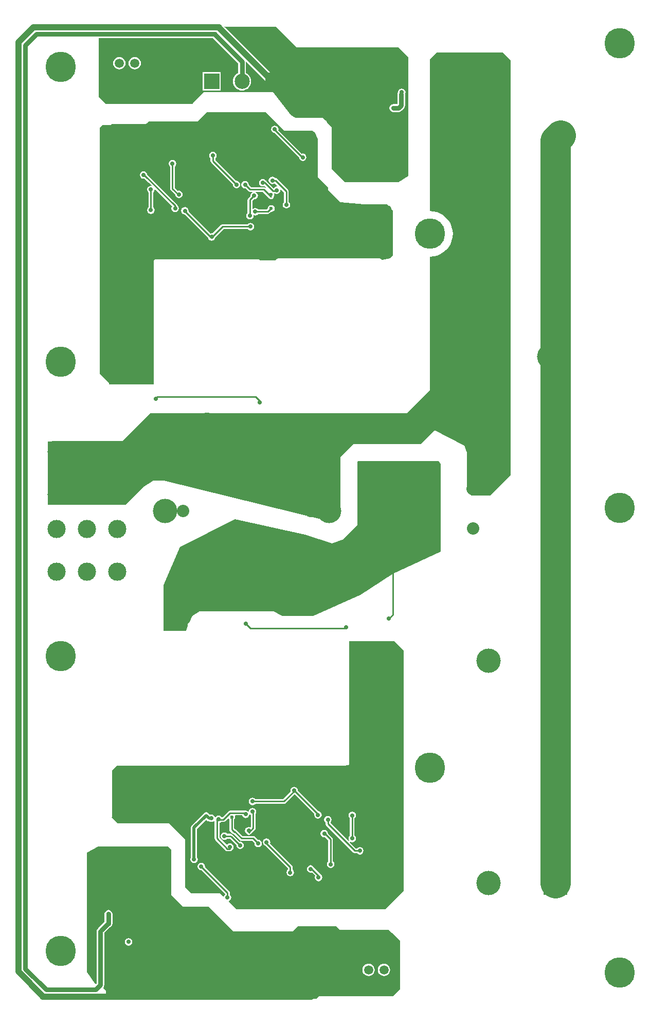
<source format=gbl>
G04 Layer_Physical_Order=2*
G04 Layer_Color=16711680*
%FSLAX25Y25*%
%MOIN*%
G70*
G01*
G75*
%ADD32C,0.01000*%
%ADD33C,0.01969*%
%ADD34C,0.03937*%
%ADD35C,0.02953*%
%ADD36C,0.19685*%
%ADD39C,0.01181*%
%ADD42C,0.19685*%
%ADD43C,0.09843*%
%ADD44R,0.09843X0.09843*%
%ADD45C,0.05906*%
%ADD46R,0.05906X0.05906*%
%ADD47C,0.15748*%
%ADD48R,0.15748X0.15748*%
%ADD49C,0.11811*%
%ADD50C,0.08000*%
%ADD51C,0.02756*%
%ADD52C,0.02362*%
%ADD53C,0.15748*%
G36*
X531496Y701181D02*
Y640945D01*
Y512404D01*
X531496Y512404D01*
X531496Y432205D01*
X525039Y425748D01*
X518425Y419134D01*
X506142D01*
X505590Y419685D01*
X503228Y422047D01*
Y424724D01*
X503228Y447559D01*
X502781Y447900D01*
X501482Y451244D01*
X482370Y461504D01*
X473228Y452362D01*
X465984Y452362D01*
X429528D01*
X423622Y446457D01*
X421260Y444095D01*
Y406797D01*
X416728Y402821D01*
X415350Y403001D01*
X412733Y402597D01*
X307087Y428740D01*
X300000D01*
X293420Y424297D01*
X282116Y412992D01*
X231496Y412992D01*
X231496Y453937D01*
X233858Y453937D01*
X234252Y454331D01*
X279921D01*
X294488Y468898D01*
X298031Y472441D01*
X376378D01*
X464173Y472441D01*
X479134Y487402D01*
Y573612D01*
X479291Y573757D01*
X481610Y573940D01*
X483873Y574483D01*
X486022Y575373D01*
X488005Y576589D01*
X489774Y578100D01*
X491285Y579869D01*
X492501Y581852D01*
X493391Y584001D01*
X493934Y586264D01*
X494117Y588583D01*
X493934Y590902D01*
X493391Y593164D01*
X492501Y595313D01*
X491285Y597297D01*
X489774Y599066D01*
X488005Y600576D01*
X486022Y601792D01*
X483873Y602682D01*
X481610Y603225D01*
X479291Y603408D01*
X479134Y603553D01*
Y698032D01*
Y701575D01*
X483071Y705512D01*
X483465Y705905D01*
X526772D01*
X531496Y701181D01*
D02*
G37*
G36*
X384646Y655512D02*
X402858Y655512D01*
X403608Y655111D01*
X403779Y654725D01*
X404331D01*
X404724Y654331D01*
X406535Y649959D01*
Y648506D01*
X406614Y648329D01*
Y625276D01*
X413386Y618504D01*
X413386Y616929D01*
X421351Y608964D01*
X436614Y607874D01*
X451575Y607874D01*
X452726Y606723D01*
X453150Y606693D01*
X453805Y605644D01*
X454331Y605118D01*
Y604803D01*
X455118Y603543D01*
Y585039D01*
Y574803D01*
X453150Y572835D01*
X448216Y571777D01*
X447824Y572170D01*
X447363Y572478D01*
X446819Y572586D01*
X380677D01*
X380133Y572478D01*
X380078Y572441D01*
X379672Y572170D01*
X379364Y571709D01*
X379317Y571470D01*
X369051Y571443D01*
X368824Y571670D01*
X368363Y571978D01*
X367819Y572086D01*
X301677D01*
X301133Y571978D01*
X300672Y571670D01*
X300364Y571209D01*
X300256Y570666D01*
Y490945D01*
X271260D01*
Y492126D01*
X265354Y498032D01*
Y657480D01*
X266929Y659055D01*
X272139D01*
X272814Y659730D01*
X294882D01*
X295518Y659994D01*
X296942Y661417D01*
X328740D01*
X334646Y667323D01*
X372835Y667323D01*
X384646Y655512D01*
D02*
G37*
G36*
X486221Y439291D02*
X486221Y382641D01*
X455118Y368504D01*
X434252Y354724D01*
X403543Y340945D01*
X393701D01*
X383465Y340945D01*
X377953Y344094D01*
X329921D01*
X325197Y340945D01*
X323645Y337304D01*
X323330Y337063D01*
X322769Y336332D01*
X322417Y335481D01*
X322297Y334567D01*
X322339Y334243D01*
X321136Y331421D01*
X306693D01*
Y359449D01*
X306670Y360024D01*
X306769Y360933D01*
X317333Y385585D01*
X352913Y403860D01*
X398416Y393830D01*
X415941Y388221D01*
X423137Y390853D01*
X432283Y400000D01*
X432283Y440985D01*
X432637Y441339D01*
X485051Y441339D01*
X486221Y439291D01*
D02*
G37*
G36*
X311772Y189469D02*
X311772Y160138D01*
X319252Y152657D01*
X335787Y152657D01*
X339664Y148780D01*
X339759Y148824D01*
X351969Y136614D01*
X390158Y136614D01*
X390551Y137008D01*
X393701Y140157D01*
X418504D01*
X420866Y137795D01*
X452756D01*
X454724Y135827D01*
X459842Y130709D01*
Y119291D01*
Y99213D01*
X456693Y96063D01*
X455512Y94882D01*
X407480D01*
X405512Y92913D01*
X269291D01*
Y98425D01*
X267533Y100183D01*
X267807Y100593D01*
X268081Y101002D01*
X268273Y101969D01*
Y102657D01*
Y115798D01*
Y135962D01*
X268390Y136041D01*
X271749Y139400D01*
X271902Y139430D01*
X272721Y139978D01*
X273268Y140797D01*
X273460Y141763D01*
Y148062D01*
X273268Y149028D01*
X272721Y149848D01*
X271902Y150395D01*
X270935Y150587D01*
X269969Y150395D01*
X269150Y149848D01*
X268603Y149028D01*
X268410Y148062D01*
Y143202D01*
X264819Y139611D01*
X264272Y138792D01*
X264220Y138533D01*
X263963Y138361D01*
X263415Y137542D01*
X263223Y136576D01*
Y113465D01*
Y104493D01*
Y103014D01*
X262866Y102657D01*
X262165D01*
X257047Y110531D01*
Y114469D01*
Y187621D01*
X264173Y191732D01*
X309508D01*
X311772Y189469D01*
D02*
G37*
G36*
X462205Y318898D02*
X462205Y162992D01*
X450394Y151181D01*
X353543D01*
X348787Y155938D01*
X348914Y156358D01*
X348990Y156442D01*
X349746Y156947D01*
X350272Y157734D01*
X350456Y158661D01*
X350272Y159589D01*
X349746Y160376D01*
X349561Y160500D01*
Y161811D01*
X349445Y162396D01*
X349113Y162892D01*
X333484Y178522D01*
X333527Y178740D01*
X333342Y179668D01*
X332817Y180455D01*
X332030Y180980D01*
X331102Y181165D01*
X330174Y180980D01*
X329388Y180455D01*
X328862Y179668D01*
X328678Y178740D01*
X328862Y177812D01*
X329388Y177026D01*
X330174Y176500D01*
X331102Y176316D01*
X331321Y176359D01*
X346502Y161178D01*
Y160500D01*
X346317Y160376D01*
X345812Y159620D01*
X345728Y159544D01*
X345308Y159417D01*
X343307Y161417D01*
X324488Y161417D01*
X320472Y165433D01*
X320472Y196457D01*
X310236Y206693D01*
X276772D01*
X272835Y210630D01*
X273228Y211024D01*
Y237795D01*
Y240945D01*
X276378Y244094D01*
X280086D01*
X280165Y244041D01*
X280709Y243933D01*
X346850D01*
X347394Y244041D01*
X347474Y244094D01*
X424803D01*
X425036Y244327D01*
X425591D01*
X426134Y244435D01*
X426595Y244743D01*
X426903Y245204D01*
X427012Y245748D01*
Y324803D01*
X456299D01*
X462205Y318898D01*
D02*
G37*
G36*
X392913Y709449D02*
X459055D01*
X465354Y703150D01*
Y626772D01*
Y625984D01*
X459055Y622047D01*
X455118D01*
X424409Y622047D01*
X415748Y630709D01*
X415748Y657874D01*
X412749Y660873D01*
X412266Y661596D01*
X411543Y662079D01*
X409842Y663779D01*
X392361Y663779D01*
X389226Y665554D01*
X377593Y680315D01*
X332677D01*
X325590Y673228D01*
X325197Y672835D01*
X269291D01*
X265354Y676772D01*
X264567Y677559D01*
Y698032D01*
Y715471D01*
X338438D01*
X354955Y698954D01*
Y692766D01*
X354175Y692349D01*
X353273Y691609D01*
X352533Y690707D01*
X351983Y689679D01*
X351645Y688562D01*
X351530Y687402D01*
X351645Y686241D01*
X351983Y685125D01*
X352533Y684096D01*
X353273Y683194D01*
X354175Y682455D01*
X355203Y681905D01*
X356319Y681566D01*
X357480Y681452D01*
X358641Y681566D01*
X359757Y681905D01*
X360786Y682455D01*
X361687Y683194D01*
X362427Y684096D01*
X362977Y685125D01*
X363316Y686241D01*
X363430Y687402D01*
X363316Y688562D01*
X362977Y689679D01*
X362427Y690707D01*
X361687Y691609D01*
X360786Y692349D01*
X360005Y692766D01*
Y700000D01*
X359924Y700409D01*
X375048Y685285D01*
X375287Y685101D01*
X374803Y686221D01*
X374016Y687008D01*
Y692520D01*
X374410Y692913D01*
X375888D01*
X345967Y722835D01*
X379527D01*
X392913Y709449D01*
D02*
G37*
%LPC*%
G36*
X377165Y625653D02*
X376238Y625468D01*
X375451Y624943D01*
X374925Y624156D01*
X374741Y623229D01*
X374925Y622301D01*
X375451Y621514D01*
X376238Y620989D01*
X377165Y620804D01*
X378093Y620989D01*
X378763Y621436D01*
X381632Y618567D01*
X380849Y619090D01*
X379921Y619275D01*
X378993Y619090D01*
X378207Y618565D01*
X378162Y618497D01*
D01*
X377943Y618169D01*
X377664Y618448D01*
X373248Y622864D01*
X373143Y622934D01*
X372906Y623093D01*
X372636Y623497D01*
X371849Y624023D01*
X370921Y624207D01*
X369993Y624023D01*
X369207Y623497D01*
X368681Y622711D01*
X368497Y621783D01*
X368681Y620855D01*
X369207Y620068D01*
X369993Y619543D01*
X370921Y619358D01*
X371849Y619543D01*
X372085Y619701D01*
X375724Y616062D01*
X375370Y615992D01*
X375237Y615903D01*
X372735Y618404D01*
X372239Y618736D01*
X371653Y618852D01*
X363232D01*
X361830Y620254D01*
X361873Y620473D01*
X361689Y621400D01*
X361163Y622187D01*
X360377Y622713D01*
X359449Y622897D01*
X358521Y622713D01*
X357734Y622187D01*
X357209Y621400D01*
X357024Y620473D01*
X357209Y619545D01*
X357734Y618758D01*
X358521Y618233D01*
X359449Y618048D01*
X359667Y618091D01*
X361517Y616242D01*
X362013Y615910D01*
X362598Y615794D01*
X365269D01*
X364426Y615626D01*
X363640Y615100D01*
X363114Y614314D01*
X362930Y613386D01*
X362973Y613168D01*
X361819Y612013D01*
X361517Y611712D01*
X361186Y611215D01*
X361069Y610630D01*
Y602232D01*
X360884Y602108D01*
X360358Y601322D01*
X360174Y600394D01*
X360358Y599466D01*
X360884Y598679D01*
X361671Y598154D01*
X362598Y597969D01*
X363526Y598154D01*
X364313Y598679D01*
X364838Y599466D01*
X365023Y600394D01*
X364942Y600803D01*
X365135Y600673D01*
X365491Y600603D01*
D01*
X366063Y600489D01*
X366991Y600673D01*
X367777Y601199D01*
X367954Y601463D01*
X374121D01*
X374707Y601579D01*
X375203Y601911D01*
X376126Y602834D01*
X376394Y602781D01*
X377245Y602950D01*
X377966Y603432D01*
X378448Y604153D01*
X378618Y605005D01*
X378448Y605856D01*
X377966Y606577D01*
X377245Y607059D01*
X376394Y607228D01*
X375543Y607059D01*
X374821Y606577D01*
X374339Y605856D01*
X374219Y605253D01*
X373488Y604522D01*
X367848D01*
X367777Y604628D01*
X366991Y605153D01*
X366063Y605338D01*
X365135Y605153D01*
X364628Y604814D01*
X364349Y604628D01*
X364128Y604297D01*
Y605082D01*
Y609997D01*
D01*
X365136Y611005D01*
D01*
X365354Y610961D01*
X366282Y611146D01*
X367069Y611672D01*
X367594Y612458D01*
X367779Y613386D01*
X367594Y614314D01*
X367069Y615100D01*
X366282Y615626D01*
X365439Y615794D01*
X371020D01*
X375296Y611517D01*
X375793Y611186D01*
X376378Y611069D01*
X376963Y611186D01*
X377459Y611517D01*
X377791Y612013D01*
X377890Y612509D01*
D01*
X378275Y613086D01*
X378444Y613937D01*
X378370Y614309D01*
X378275Y614788D01*
X378261Y614809D01*
X378696D01*
X378993Y614610D01*
X378993D01*
D01*
X379921Y614426D01*
X380849Y614610D01*
X381636Y615136D01*
X382161Y615923D01*
X382346Y616850D01*
X382161Y617778D01*
X381638Y618561D01*
X382733Y617466D01*
D01*
X384691Y615508D01*
Y609318D01*
X384506Y609195D01*
X383980Y608408D01*
X383796Y607480D01*
X383980Y606553D01*
X384506Y605766D01*
X385293Y605240D01*
X386221Y605056D01*
X387148Y605240D01*
X387935Y605766D01*
X388460Y606553D01*
X388645Y607480D01*
X388460Y608408D01*
X387935Y609195D01*
X387750Y609318D01*
Y616142D01*
X387653Y616630D01*
X387633Y616727D01*
X387302Y617223D01*
X380215Y624310D01*
X379719Y624642D01*
X379134Y624758D01*
X379003D01*
X378880Y624943D01*
X378093Y625468D01*
X377165Y625653D01*
D02*
G37*
G36*
X338582Y641794D02*
X337654Y641609D01*
X336868Y641084D01*
X336342Y640297D01*
X336157Y639370D01*
X336342Y638442D01*
X336868Y637655D01*
X337053Y637531D01*
X337053Y635831D01*
X337053Y635828D01*
X337169Y635242D01*
X337501Y634746D01*
X337501Y634746D01*
X351519Y620728D01*
X351476Y620510D01*
X351660Y619582D01*
X352186Y618795D01*
X352972Y618270D01*
X353900Y618085D01*
X354828Y618270D01*
X355614Y618795D01*
X356140Y619582D01*
X356325Y620510D01*
X356140Y621437D01*
X355614Y622224D01*
X354828Y622750D01*
X353900Y622934D01*
X353682Y622891D01*
X340112Y636460D01*
X340112Y637532D01*
X340297Y637655D01*
X340822Y638442D01*
X341007Y639370D01*
X340822Y640297D01*
X340297Y641084D01*
X339510Y641609D01*
X338582Y641794D01*
D02*
G37*
G36*
X293701Y629131D02*
X292773Y628946D01*
X291986Y628421D01*
X291461Y627634D01*
X291276Y626706D01*
X291461Y625778D01*
X291986Y624992D01*
X292773Y624466D01*
X293701Y624282D01*
X294357Y624412D01*
X296986Y621783D01*
X299169Y619599D01*
X298425Y619747D01*
X297497Y619563D01*
X296711Y619037D01*
X296185Y618251D01*
X296001Y617323D01*
X296185Y616395D01*
X296711Y615609D01*
X296896Y615485D01*
Y605775D01*
X296711Y605652D01*
X296185Y604865D01*
X296001Y603937D01*
X296185Y603009D01*
X296711Y602223D01*
X297497Y601697D01*
X298425Y601513D01*
X299353Y601697D01*
X300140Y602223D01*
X300665Y603009D01*
X300850Y603937D01*
X300665Y604865D01*
X300140Y605652D01*
X299955Y605775D01*
Y615485D01*
X300140Y615609D01*
X300665Y616395D01*
X300850Y617323D01*
X300702Y618067D01*
X301290Y617479D01*
X312249Y606519D01*
X311933Y606046D01*
X311749Y605118D01*
X311933Y604190D01*
X312459Y603404D01*
X313245Y602878D01*
X314173Y602694D01*
X315101Y602878D01*
X315888Y603404D01*
X316413Y604190D01*
X316598Y605118D01*
X316413Y606046D01*
X315888Y606833D01*
X315657Y606987D01*
X315586Y607344D01*
X315255Y607840D01*
X296060Y627035D01*
X295941Y627634D01*
X295415Y628421D01*
X294629Y628946D01*
X293701Y629131D01*
D02*
G37*
G36*
X378740Y658724D02*
X377812Y658539D01*
X377026Y658014D01*
X376500Y657227D01*
X376316Y656299D01*
X376500Y655372D01*
X377026Y654585D01*
X377812Y654059D01*
X378575Y653908D01*
X394459Y638024D01*
X394610Y637261D01*
X395136Y636475D01*
X395923Y635949D01*
X396850Y635765D01*
X397778Y635949D01*
X398565Y636475D01*
X399090Y637261D01*
X399275Y638189D01*
X399090Y639117D01*
X398565Y639903D01*
X397778Y640429D01*
X396850Y640614D01*
X396304Y640505D01*
X381056Y655753D01*
X381165Y656299D01*
X380980Y657227D01*
X380455Y658014D01*
X379668Y658539D01*
X378740Y658724D01*
D02*
G37*
G36*
X312426Y636455D02*
X311498Y636271D01*
X310712Y635745D01*
X310186Y634959D01*
X310001Y634031D01*
X310186Y633103D01*
X310712Y632316D01*
X310897Y632193D01*
Y617889D01*
X311013Y617304D01*
X311345Y616808D01*
X314144Y614009D01*
X314296Y613246D01*
X314821Y612459D01*
X315608Y611933D01*
X316535Y611749D01*
X317463Y611933D01*
X318250Y612459D01*
X318775Y613246D01*
X318960Y614173D01*
X318775Y615101D01*
X318250Y615888D01*
X317463Y616413D01*
X316535Y616598D01*
X315989Y616489D01*
X313955Y618523D01*
Y632193D01*
X314140Y632316D01*
X314666Y633103D01*
X314850Y634031D01*
X314666Y634959D01*
X314140Y635745D01*
X313354Y636271D01*
X312426Y636455D01*
D02*
G37*
G36*
X320472Y605968D02*
X319545Y605783D01*
X318758Y605258D01*
X318232Y604471D01*
X318048Y603544D01*
X318232Y602616D01*
X318758Y601829D01*
X319545Y601303D01*
X320308Y601152D01*
X335501Y585958D01*
X335555Y585686D01*
X336081Y584900D01*
X336867Y584374D01*
X337795Y584190D01*
X338723Y584374D01*
X339510Y584900D01*
X340035Y585686D01*
X340187Y586449D01*
X345515Y591778D01*
X361154D01*
X361278Y591593D01*
X362064Y591067D01*
X362992Y590883D01*
X363920Y591067D01*
X364706Y591593D01*
X365232Y592379D01*
X365417Y593307D01*
X365232Y594235D01*
X364706Y595022D01*
X363920Y595547D01*
X362992Y595732D01*
X362064Y595547D01*
X361278Y595022D01*
X361154Y594837D01*
X344882D01*
X344297Y594720D01*
X343800Y594389D01*
X338342Y588930D01*
X337795Y589039D01*
X336920Y588865D01*
X322788Y602997D01*
X322897Y603544D01*
X322712Y604471D01*
X322187Y605258D01*
X321400Y605783D01*
X320472Y605968D01*
D02*
G37*
G36*
X439528Y115798D02*
X438496Y115662D01*
X437534Y115264D01*
X436708Y114630D01*
X436075Y113804D01*
X435677Y112843D01*
X435541Y111811D01*
X435677Y110779D01*
X436075Y109818D01*
X436708Y108992D01*
X437534Y108358D01*
X438496Y107960D01*
X439528Y107824D01*
X440559Y107960D01*
X441521Y108358D01*
X442347Y108992D01*
X442980Y109818D01*
X443379Y110779D01*
X443514Y111811D01*
X443379Y112843D01*
X442980Y113804D01*
X442347Y114630D01*
X441521Y115264D01*
X440559Y115662D01*
X439528Y115798D01*
D02*
G37*
G36*
X449528D02*
X448496Y115662D01*
X447534Y115264D01*
X446708Y114630D01*
X446075Y113804D01*
X445677Y112843D01*
X445541Y111811D01*
X445677Y110779D01*
X446075Y109818D01*
X446708Y108992D01*
X447534Y108358D01*
X448496Y107960D01*
X449528Y107824D01*
X450560Y107960D01*
X451521Y108358D01*
X452347Y108992D01*
X452980Y109818D01*
X453379Y110779D01*
X453514Y111811D01*
X453379Y112843D01*
X452980Y113804D01*
X452347Y114630D01*
X451521Y115264D01*
X450560Y115662D01*
X449528Y115798D01*
D02*
G37*
G36*
X283927Y132377D02*
X283000Y132192D01*
X282213Y131666D01*
X281688Y130880D01*
X281503Y129952D01*
X281688Y129024D01*
X282213Y128238D01*
X283000Y127712D01*
X283927Y127527D01*
X284855Y127712D01*
X285642Y128238D01*
X286168Y129024D01*
X286352Y129952D01*
X286168Y130880D01*
X285642Y131666D01*
X284855Y132192D01*
X283927Y132377D01*
D02*
G37*
G36*
X346062Y200849D02*
X345134Y200665D01*
X344348Y200139D01*
X343822Y199353D01*
X343638Y198425D01*
X343822Y197497D01*
X344348Y196710D01*
X345134Y196185D01*
X346062Y196000D01*
X346990Y196185D01*
X347777Y196710D01*
X347900Y196895D01*
X349486D01*
X349815Y196675D01*
X353890Y192601D01*
X353874Y192519D01*
X354059Y191592D01*
X354584Y190805D01*
X355371Y190279D01*
X356298Y190095D01*
X357226Y190279D01*
X358013Y190805D01*
X358539Y191592D01*
X358723Y192519D01*
X358539Y193447D01*
X358013Y194234D01*
X357226Y194759D01*
X356298Y194944D01*
X355943Y194873D01*
X351636Y199181D01*
X351225Y199455D01*
X351174Y199506D01*
X350678Y199838D01*
X350093Y199954D01*
X347900D01*
X347777Y200139D01*
X346990Y200665D01*
X346062Y200849D01*
D02*
G37*
G36*
X410790Y202492D02*
X409863Y202308D01*
X409076Y201782D01*
X408551Y200996D01*
X408366Y200068D01*
X408551Y199140D01*
X409076Y198353D01*
X409863Y197828D01*
X410790Y197643D01*
X411337Y197752D01*
X413371Y195719D01*
Y182048D01*
X413186Y181925D01*
X412660Y181138D01*
X412475Y180210D01*
X412660Y179282D01*
X413186Y178496D01*
X413972Y177970D01*
X414900Y177786D01*
X415828Y177970D01*
X416614Y178496D01*
X417140Y179282D01*
X417324Y180210D01*
X417140Y181138D01*
X416614Y181925D01*
X416429Y182048D01*
Y196352D01*
X416313Y196937D01*
X415981Y197433D01*
X413182Y200233D01*
X413030Y200996D01*
X412505Y201782D01*
X411718Y202308D01*
X410790Y202492D01*
D02*
G37*
G36*
X428901Y214303D02*
X427973Y214119D01*
X427186Y213593D01*
X426661Y212807D01*
X426476Y211879D01*
X426661Y210951D01*
X427186Y210164D01*
X427371Y210041D01*
Y198756D01*
X427186Y198633D01*
X426661Y197846D01*
X426476Y196918D01*
X426661Y195990D01*
X426854Y195701D01*
X426466Y195382D01*
X414971Y206877D01*
X414867Y207408D01*
X415393Y208195D01*
X415577Y209123D01*
X415393Y210051D01*
X414867Y210837D01*
X414081Y211363D01*
X413153Y211547D01*
X412225Y211363D01*
X411438Y210837D01*
X410913Y210051D01*
X410728Y209123D01*
X410913Y208195D01*
X411438Y207408D01*
X411623Y207285D01*
Y206532D01*
X411740Y205947D01*
X412071Y205451D01*
X429627Y187895D01*
X430123Y187563D01*
X430221Y187544D01*
X430709Y187447D01*
X432020D01*
X432144Y187262D01*
X432930Y186736D01*
X433858Y186552D01*
X434786Y186736D01*
X435573Y187262D01*
X436098Y188049D01*
X436283Y188976D01*
X436098Y189904D01*
X435573Y190691D01*
X434786Y191216D01*
X433858Y191401D01*
X432930Y191216D01*
X432144Y190691D01*
X432020Y190506D01*
X431342D01*
X427365Y194483D01*
X427683Y194871D01*
X427973Y194678D01*
X428901Y194494D01*
X429829Y194678D01*
X430615Y195204D01*
X431141Y195990D01*
X431325Y196918D01*
X431141Y197846D01*
X430615Y198633D01*
X430430Y198756D01*
Y210041D01*
X430615Y210164D01*
X431141Y210951D01*
X431325Y211879D01*
X431141Y212807D01*
X430615Y213593D01*
X429829Y214119D01*
X428901Y214303D01*
D02*
G37*
G36*
X391339Y230377D02*
X390411Y230193D01*
X389624Y229667D01*
X389099Y228881D01*
X388914Y227953D01*
X389023Y227406D01*
X384080Y222463D01*
X366172D01*
X366048Y222648D01*
X365262Y223174D01*
X364334Y223358D01*
X363406Y223174D01*
X362619Y222648D01*
X362094Y221862D01*
X361909Y220934D01*
X362094Y220006D01*
X362619Y219219D01*
X363406Y218694D01*
X364334Y218509D01*
X365262Y218694D01*
X366048Y219219D01*
X366172Y219405D01*
X384713D01*
X385299Y219521D01*
X385795Y219852D01*
X391191Y225248D01*
X391876Y225253D01*
X404377Y212751D01*
X404268Y212205D01*
X404453Y211277D01*
X404979Y210490D01*
X405765Y209965D01*
X406693Y209780D01*
X407621Y209965D01*
X408407Y210490D01*
X408933Y211277D01*
X409118Y212205D01*
X408933Y213133D01*
X408407Y213919D01*
X407621Y214445D01*
X406858Y214597D01*
X393720Y227734D01*
X393763Y227953D01*
X393579Y228881D01*
X393053Y229667D01*
X392266Y230193D01*
X391339Y230377D01*
D02*
G37*
G36*
X373389Y196981D02*
X372461Y196796D01*
X371674Y196270D01*
X371149Y195484D01*
X370964Y194556D01*
X371149Y193628D01*
X371674Y192841D01*
X372461Y192316D01*
X372733Y192262D01*
X387214Y177781D01*
X387214Y176709D01*
X387030Y176586D01*
X386504Y175799D01*
X386319Y174872D01*
X386504Y173944D01*
X387030Y173157D01*
X387816Y172632D01*
X388744Y172447D01*
X389672Y172632D01*
X390458Y173157D01*
X390984Y173944D01*
X391168Y174872D01*
X390984Y175799D01*
X390458Y176586D01*
X390273Y176710D01*
X390273Y178410D01*
X390273Y178414D01*
X390157Y178999D01*
X389825Y179495D01*
X389825Y179496D01*
X375639Y193681D01*
X375814Y194556D01*
X375629Y195484D01*
X375103Y196270D01*
X374317Y196796D01*
X373389Y196981D01*
D02*
G37*
G36*
X401968Y179589D02*
X401040Y179405D01*
X400253Y178879D01*
X399728Y178093D01*
X399543Y177165D01*
X399728Y176237D01*
X400253Y175451D01*
X401040Y174925D01*
X401968Y174741D01*
X402844Y174915D01*
X404979Y172780D01*
X404846Y172581D01*
X404661Y171653D01*
X404846Y170725D01*
X405371Y169939D01*
X406158Y169413D01*
X407086Y169229D01*
X408014Y169413D01*
X408800Y169939D01*
X409326Y170725D01*
X409510Y171653D01*
X409326Y172581D01*
X408800Y173368D01*
X408320Y173689D01*
X408167Y173917D01*
X404261Y177823D01*
X404208Y178093D01*
X403682Y178879D01*
X402895Y179405D01*
X401968Y179589D01*
D02*
G37*
G36*
X364334Y216666D02*
X363406Y216481D01*
X362619Y215955D01*
X362094Y215169D01*
X361977Y214583D01*
X361850Y214502D01*
X361431Y214397D01*
X360770Y214838D01*
X359842Y215023D01*
X359318Y214919D01*
X358985Y214985D01*
X349730D01*
X349145Y214868D01*
X348649Y214537D01*
X344824Y210712D01*
X344303Y210745D01*
X344076Y211084D01*
X343289Y211610D01*
X342361Y211794D01*
X341434Y211610D01*
X340647Y211084D01*
X340435Y210767D01*
X339904Y210873D01*
X339878Y211007D01*
X339352Y211793D01*
X338566Y212319D01*
X337638Y212503D01*
X336754Y212328D01*
X335761Y213320D01*
X335105Y213759D01*
X334331Y213913D01*
X333557Y213759D01*
X332900Y213320D01*
X324947Y205368D01*
X324509Y204711D01*
X324355Y203937D01*
Y184717D01*
X324138Y184392D01*
X323953Y183465D01*
X324138Y182537D01*
X324663Y181750D01*
X325450Y181225D01*
X326378Y181040D01*
X327306Y181225D01*
X328092Y181750D01*
X328618Y182537D01*
X328802Y183465D01*
X328618Y184392D01*
X328401Y184717D01*
Y203099D01*
X334331Y209029D01*
X334711Y208648D01*
X335367Y208210D01*
X336142Y208056D01*
X336385D01*
X336710Y207839D01*
X337638Y207654D01*
X338566Y207839D01*
X339223Y208278D01*
X339654Y208113D01*
X339723Y208056D01*
Y196937D01*
X339839Y196352D01*
X340171Y195856D01*
X346882Y189144D01*
X347378Y188812D01*
X347964Y188696D01*
X349767D01*
X350352Y188812D01*
X350848Y189144D01*
X351047Y189442D01*
X351320Y189624D01*
X351846Y190410D01*
X352030Y191338D01*
X351846Y192266D01*
X351320Y193053D01*
X350533Y193578D01*
X349606Y193763D01*
X348678Y193578D01*
X347891Y193053D01*
X347873Y193025D01*
X347375Y192976D01*
X342781Y197571D01*
Y207029D01*
X343289Y207130D01*
X343983Y207593D01*
X345398D01*
X345983Y207710D01*
X346479Y208041D01*
X348323Y209885D01*
X348899Y209754D01*
X349268Y209202D01*
X349311Y209173D01*
Y202800D01*
X349428Y202215D01*
X349760Y201719D01*
X351379Y200099D01*
X351875Y199768D01*
X352406Y199662D01*
X356231Y195837D01*
X356727Y195505D01*
X357313Y195389D01*
X364094D01*
X365496Y193987D01*
X365453Y193769D01*
X365637Y192841D01*
X366163Y192054D01*
X366949Y191528D01*
X367877Y191344D01*
X368805Y191528D01*
X369592Y192054D01*
X370117Y192841D01*
X370302Y193769D01*
X370117Y194696D01*
X369592Y195483D01*
X368805Y196009D01*
X367877Y196193D01*
X367659Y196150D01*
X365809Y198000D01*
X365313Y198331D01*
X364728Y198448D01*
X357946D01*
X353837Y202557D01*
X353341Y202889D01*
X352810Y202994D01*
X352370Y203433D01*
Y209173D01*
X352413Y209202D01*
X352895Y209923D01*
X353065Y210774D01*
X352935Y211426D01*
X353250Y211926D01*
X357552D01*
X357603Y211671D01*
X358128Y210884D01*
X358915Y210358D01*
X359842Y210174D01*
X360770Y210358D01*
X361557Y210884D01*
X362083Y211671D01*
X362199Y212256D01*
X362326Y212338D01*
X362746Y212442D01*
X363198Y212140D01*
Y204502D01*
X362753Y204218D01*
X362711Y204214D01*
X361810Y204393D01*
X360882Y204208D01*
X360096Y203682D01*
X359570Y202896D01*
X359386Y201968D01*
X359570Y201040D01*
X360096Y200254D01*
X360467Y200006D01*
X360729Y199614D01*
X360730Y199613D01*
X361226Y199282D01*
X361811Y199165D01*
X362396Y199282D01*
X362893Y199613D01*
X365809Y202530D01*
X366141Y203026D01*
X366257Y203611D01*
Y212839D01*
X366574Y213313D01*
X366758Y214241D01*
X366574Y215169D01*
X366048Y215955D01*
X365262Y216481D01*
X364334Y216666D01*
D02*
G37*
G36*
X287953Y703200D02*
X286921Y703064D01*
X285959Y702666D01*
X285134Y702032D01*
X284500Y701206D01*
X284102Y700245D01*
X283966Y699213D01*
X284102Y698181D01*
X284500Y697219D01*
X285134Y696394D01*
X285959Y695760D01*
X286921Y695362D01*
X287953Y695226D01*
X288985Y695362D01*
X289946Y695760D01*
X290772Y696394D01*
X291406Y697219D01*
X291804Y698181D01*
X291940Y699213D01*
X291804Y700245D01*
X291406Y701206D01*
X290772Y702032D01*
X289946Y702666D01*
X288985Y703064D01*
X287953Y703200D01*
D02*
G37*
G36*
X461024Y682740D02*
X460096Y682555D01*
X459309Y682029D01*
X458784Y681243D01*
X458599Y680315D01*
X458616Y680231D01*
X458436Y679961D01*
X458244Y678995D01*
Y672811D01*
X458037Y672604D01*
X455512D01*
X454546Y672412D01*
X453726Y671864D01*
X453179Y671045D01*
X452987Y670079D01*
X453179Y669113D01*
X453726Y668294D01*
X454546Y667746D01*
X455512Y667554D01*
X459083D01*
X460049Y667746D01*
X460868Y668294D01*
X462554Y669980D01*
X463101Y670799D01*
X463294Y671765D01*
Y678995D01*
X463227Y679332D01*
X463264Y679387D01*
X463448Y680315D01*
X463264Y681243D01*
X462738Y682029D01*
X461951Y682555D01*
X461024Y682740D01*
D02*
G37*
G36*
X277953Y703200D02*
X276921Y703064D01*
X275959Y702666D01*
X275134Y702032D01*
X274500Y701206D01*
X274102Y700245D01*
X273966Y699213D01*
X274102Y698181D01*
X274500Y697219D01*
X275134Y696394D01*
X275959Y695760D01*
X276921Y695362D01*
X277953Y695226D01*
X278985Y695362D01*
X279946Y695760D01*
X280772Y696394D01*
X281405Y697219D01*
X281804Y698181D01*
X281940Y699213D01*
X281804Y700245D01*
X281405Y701206D01*
X280772Y702032D01*
X279946Y702666D01*
X278985Y703064D01*
X277953Y703200D01*
D02*
G37*
G36*
X343717Y693323D02*
X331874D01*
Y681481D01*
X343717D01*
Y693323D01*
D02*
G37*
%LPD*%
D32*
X353900Y620510D02*
X353937Y620473D01*
X338583Y635827D02*
X353900Y620510D01*
X298425Y603937D02*
Y617323D01*
Y603544D02*
Y603937D01*
X293701Y627231D02*
X314173Y606759D01*
X388188Y204331D02*
X388189D01*
X391174Y201346D01*
X362598Y600394D02*
Y610630D01*
X377165Y623229D02*
X379134D01*
X386221Y616142D01*
X357313Y196918D02*
X364728D01*
X361810Y200695D02*
Y201968D01*
Y200695D02*
X361811Y200694D01*
X356195Y192458D02*
X356256Y192519D01*
X402756Y177165D02*
X407086Y172835D01*
X401968Y176377D02*
Y177165D01*
X407086Y171653D02*
Y172835D01*
X391174Y201346D02*
X391596D01*
X350841Y202800D02*
X352460Y201181D01*
X352755Y201476D01*
X357313Y196918D01*
X345398Y209123D02*
X349730Y213456D01*
X350486Y198031D02*
X350554Y198099D01*
X364728Y196918D02*
X367877Y193769D01*
X331102Y178740D02*
X348031Y161811D01*
X391535Y227756D02*
X406853Y212438D01*
X391339Y227953D02*
X391535Y227756D01*
X312426Y617889D02*
Y634031D01*
Y617889D02*
X316142Y614173D01*
X298425Y617323D02*
X298425Y617323D01*
X414900Y180210D02*
Y196352D01*
X410790Y200068D02*
X411184D01*
X414900Y196352D01*
X364727Y203611D02*
Y213847D01*
X373389Y193769D02*
X388743Y178414D01*
X388744Y174872D01*
X388743Y178414D02*
X388744Y178414D01*
X428901Y196918D02*
X428901Y196918D01*
Y211879D01*
X392126Y351575D02*
X392520Y351969D01*
X368897Y479920D02*
Y480316D01*
X366142Y483071D02*
X368897Y480316D01*
X302756Y483071D02*
X366142D01*
X301575Y481890D02*
X302756Y483071D01*
X396457Y638189D02*
X396850D01*
X378937Y655709D02*
X396457Y638189D01*
X338582Y639370D02*
X338583Y635827D01*
X314173Y605118D02*
Y606759D01*
X320472Y603150D02*
Y603544D01*
X316142Y614173D02*
X316535D01*
X362598Y610630D02*
X365354Y613386D01*
X359449Y620473D02*
X362598Y617323D01*
X338582Y635828D02*
X338583Y635827D01*
X364334Y220934D02*
X384713D01*
X406693Y212277D02*
X406853Y212438D01*
X406693Y212205D02*
Y212277D01*
X452756Y339370D02*
X455118Y341732D01*
Y370866D01*
X454724Y371260D02*
X455118Y370866D01*
X359842Y336221D02*
X362992Y333071D01*
X344882Y593307D02*
X362992D01*
X348031Y158661D02*
Y161811D01*
X350093Y198425D02*
X350486Y198031D01*
X346062Y198425D02*
X350093D01*
X413153Y206532D02*
X430709Y188976D01*
X433858D01*
X413153Y206532D02*
Y209123D01*
X362598Y617323D02*
X371653D01*
X386221Y607480D02*
Y616142D01*
X350554Y198099D02*
X356195Y192458D01*
X356256Y192519D02*
X356298D01*
X350841Y202800D02*
Y210774D01*
X387007Y205512D02*
X387402D01*
X349730Y213456D02*
X358985D01*
X359842Y212598D01*
X362992Y333071D02*
X424803D01*
X341645Y209370D02*
X342361D01*
X341252Y208976D02*
X341398Y209123D01*
X341645Y209370D01*
X341106Y209123D02*
X341398D01*
X341252Y196937D02*
X347964Y190225D01*
X341252Y196937D02*
Y208976D01*
X347964Y190225D02*
X349767D01*
X341398Y209123D02*
X345398D01*
X366063Y602913D02*
Y603595D01*
X366666Y602992D02*
X374121D01*
X401968Y176377D02*
X402756Y177165D01*
X361811Y200694D02*
X364727Y203611D01*
X384713Y220934D02*
X391535Y227756D01*
X372166Y621783D02*
X377610Y616339D01*
X370921Y621783D02*
X372166D01*
X371653Y617323D02*
X376378Y612598D01*
X379410Y616339D02*
X379921Y616850D01*
X377610Y616339D02*
X379410D01*
X366063Y603595D02*
X366666Y602992D01*
X374121D02*
X376641Y605512D01*
X337992Y586417D02*
X344882Y593307D01*
X320472Y603150D02*
X337598Y586024D01*
X387007Y205512D02*
X388188Y204331D01*
D33*
X326378Y183465D02*
Y203937D01*
X270542Y141763D02*
X270935D01*
X326378Y203937D02*
X334331Y211890D01*
X336142Y210079D01*
X337638D01*
D34*
X342126Y722441D02*
X342520D01*
X222441D02*
X342126D01*
X228740Y94504D02*
X402378D01*
X228346D02*
X228740D01*
X212614Y110630D02*
X228740Y94504D01*
X342126Y722441D02*
X377165Y687402D01*
X212614Y712614D02*
X222441Y722441D01*
X212614Y110630D02*
Y712614D01*
D35*
X339484Y717996D02*
X339878D01*
X224282D02*
X339484D01*
X217059Y112471D02*
X230581Y98949D01*
X262728D01*
X357480Y687402D02*
Y700000D01*
X270935Y141763D02*
Y148062D01*
X266605Y137826D02*
X270542Y141763D01*
X339484Y717996D02*
X357480Y700000D01*
X217059Y710773D02*
X224282Y717996D01*
X217059Y112471D02*
Y710773D01*
X262728Y98949D02*
X265748Y101969D01*
Y136576D01*
X455512Y670079D02*
X459083D01*
X460769Y671765D01*
Y678995D01*
D36*
X560630Y649213D02*
X563779Y652362D01*
X560630Y168110D02*
Y312205D01*
Y649213D01*
D39*
X296595Y136221D02*
X297383Y137008D01*
X297313D02*
X297383D01*
X295669Y136221D02*
X296595D01*
D42*
X479291Y242598D02*
D03*
Y588583D02*
D03*
X240000Y314934D02*
D03*
X602205Y712205D02*
D03*
Y110158D02*
D03*
Y411181D02*
D03*
X240000Y124094D02*
D03*
Y505774D02*
D03*
Y696614D02*
D03*
D43*
X392520Y351969D02*
D03*
X413748Y464945D02*
D03*
X357480Y687402D02*
D03*
X377165D02*
D03*
X334748Y464445D02*
D03*
X313779Y351575D02*
D03*
D44*
X337795Y687402D02*
D03*
D45*
X449528Y111811D02*
D03*
X439528D02*
D03*
X277953Y699213D02*
D03*
X287953D02*
D03*
D46*
X429528Y111811D02*
D03*
X297953Y699213D02*
D03*
D47*
X517323Y168110D02*
D03*
X563779Y652362D02*
D03*
X556693Y509055D02*
D03*
X517323Y312205D02*
D03*
X413779Y409055D02*
D03*
X307480D02*
D03*
D48*
X560630Y168110D02*
D03*
X520472Y652362D02*
D03*
X513386Y509055D02*
D03*
X560630Y312205D02*
D03*
D49*
X478346Y407874D02*
D03*
X458661D02*
D03*
X438976D02*
D03*
X478346Y435433D02*
D03*
X458661D02*
D03*
X438976D02*
D03*
X276772Y369685D02*
D03*
X257087D02*
D03*
X237402D02*
D03*
X276772Y397244D02*
D03*
X257087D02*
D03*
X237402D02*
D03*
Y447244D02*
D03*
X257087D02*
D03*
X276772D02*
D03*
X237402Y419685D02*
D03*
X257087D02*
D03*
X276772D02*
D03*
D50*
X319291Y409055D02*
D03*
X401968D02*
D03*
X507402Y397716D02*
D03*
X566457D02*
D03*
X507087Y423463D02*
D03*
X566142D02*
D03*
D51*
X353900Y620510D02*
D03*
X346850Y641732D02*
D03*
X362598Y600394D02*
D03*
X377165Y623229D02*
D03*
X296063Y136614D02*
D03*
X361810Y201968D02*
D03*
X401968Y177165D02*
D03*
X407086Y171653D02*
D03*
X338583Y133071D02*
D03*
X270935Y148062D02*
D03*
X264173Y152756D02*
D03*
X303150Y222047D02*
D03*
X326378Y183465D02*
D03*
X367877Y193769D02*
D03*
X331102Y178740D02*
D03*
X414961Y167323D02*
D03*
X455512Y218504D02*
D03*
X436614Y228346D02*
D03*
X401575Y233858D02*
D03*
X332087Y170669D02*
D03*
X273622Y637402D02*
D03*
X312426Y634031D02*
D03*
X298425Y603937D02*
D03*
X414900Y180210D02*
D03*
X410790Y200068D02*
D03*
X364334Y214241D02*
D03*
Y220934D02*
D03*
X266605Y137826D02*
D03*
X373389Y194556D02*
D03*
X388744Y174872D02*
D03*
X413153Y209123D02*
D03*
X428901Y196918D02*
D03*
X428901Y211879D02*
D03*
X280476Y234320D02*
D03*
X360003Y236682D02*
D03*
X359610Y217785D02*
D03*
X297313Y153574D02*
D03*
X368897Y479527D02*
D03*
X301575Y481890D02*
D03*
X283927Y129952D02*
D03*
X278346Y118504D02*
D03*
X461024Y680315D02*
D03*
X455512Y670079D02*
D03*
X413386Y687402D02*
D03*
X442520Y688189D02*
D03*
X429134Y664567D02*
D03*
X378740Y656299D02*
D03*
X396850Y638189D02*
D03*
X331890Y646063D02*
D03*
X338582Y639370D02*
D03*
X369291Y647244D02*
D03*
X313386Y643701D02*
D03*
X386221Y607480D02*
D03*
X293701Y626706D02*
D03*
X314173Y605118D02*
D03*
X320472Y603544D02*
D03*
X316535Y614173D02*
D03*
X365354Y613386D02*
D03*
X337795Y586614D02*
D03*
X396457Y631103D02*
D03*
X390551D02*
D03*
X446850Y579921D02*
D03*
X298425Y617323D02*
D03*
X412205Y584252D02*
D03*
X407087Y616929D02*
D03*
Y610630D02*
D03*
X418504Y584252D02*
D03*
X273228Y597244D02*
D03*
X294488Y589370D02*
D03*
X319685Y590945D02*
D03*
X294882Y582677D02*
D03*
X277559Y564961D02*
D03*
X367323Y577559D02*
D03*
X359449Y620473D02*
D03*
X304331Y687795D02*
D03*
X391596Y201346D02*
D03*
X381102Y174409D02*
D03*
X391339Y227953D02*
D03*
X406693Y212205D02*
D03*
X452756Y339370D02*
D03*
X359842Y336221D02*
D03*
X424803Y333858D02*
D03*
X453937Y699606D02*
D03*
X454724Y675591D02*
D03*
X461024Y663386D02*
D03*
X462992Y632677D02*
D03*
X419685Y135827D02*
D03*
X421654Y122835D02*
D03*
X362992Y593307D02*
D03*
X367716Y596456D02*
D03*
X370921Y621783D02*
D03*
X356693Y167717D02*
D03*
X348031Y158661D02*
D03*
X349606Y191338D02*
D03*
X346062Y198425D02*
D03*
X433858Y188976D02*
D03*
X302362Y675984D02*
D03*
X356298Y192519D02*
D03*
X387402Y205512D02*
D03*
X397244Y170472D02*
D03*
X359842Y212598D02*
D03*
X337638Y210079D02*
D03*
X342361Y209370D02*
D03*
X335276Y614488D02*
D03*
X366063Y602913D02*
D03*
X339606Y610472D02*
D03*
X379921Y616850D02*
D03*
D52*
X350841Y210774D02*
D03*
X376220Y613937D02*
D03*
X376394Y605005D02*
D03*
D53*
X334748Y464445D02*
Y464945D01*
M02*

</source>
